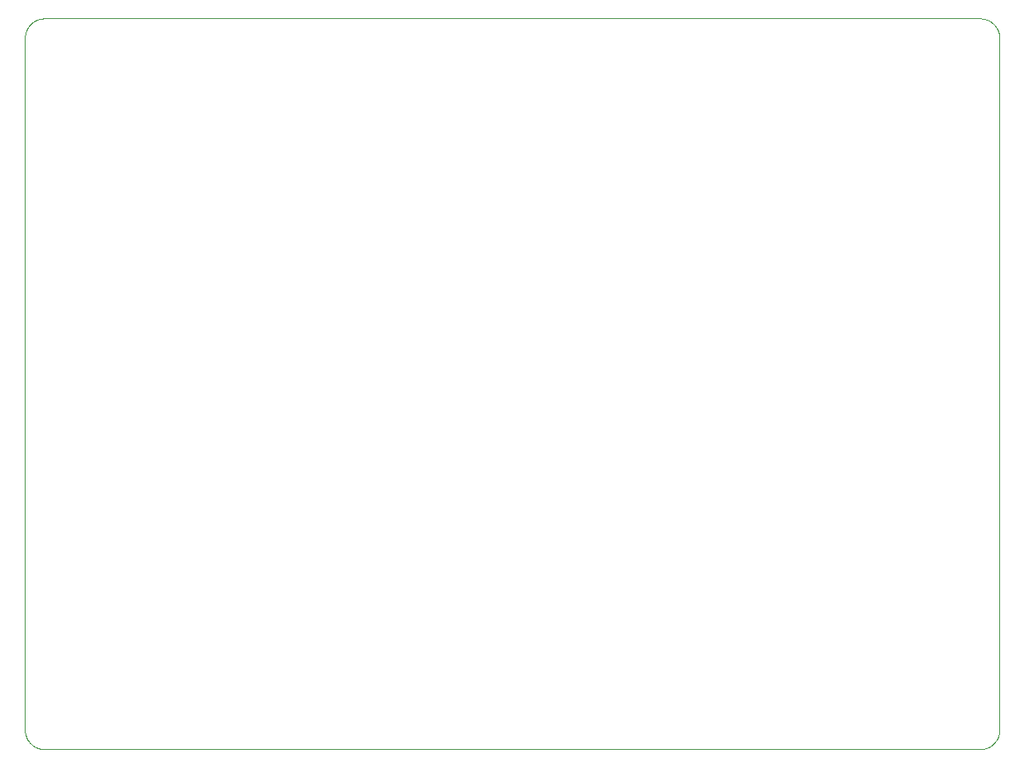
<source format=gbp>
G75*
%MOIN*%
%OFA0B0*%
%FSLAX25Y25*%
%IPPOS*%
%LPD*%
%AMOC8*
5,1,8,0,0,1.08239X$1,22.5*
%
%ADD10C,0.00400*%
D10*
X0001394Y0009268D02*
X0001394Y0288795D01*
X0001396Y0288985D01*
X0001403Y0289175D01*
X0001415Y0289365D01*
X0001431Y0289555D01*
X0001451Y0289744D01*
X0001477Y0289933D01*
X0001506Y0290121D01*
X0001541Y0290308D01*
X0001580Y0290494D01*
X0001623Y0290679D01*
X0001671Y0290864D01*
X0001723Y0291047D01*
X0001779Y0291228D01*
X0001840Y0291408D01*
X0001906Y0291587D01*
X0001975Y0291764D01*
X0002049Y0291940D01*
X0002127Y0292113D01*
X0002210Y0292285D01*
X0002296Y0292454D01*
X0002386Y0292622D01*
X0002481Y0292787D01*
X0002579Y0292950D01*
X0002682Y0293110D01*
X0002788Y0293268D01*
X0002898Y0293423D01*
X0003011Y0293576D01*
X0003129Y0293726D01*
X0003250Y0293872D01*
X0003374Y0294016D01*
X0003502Y0294157D01*
X0003633Y0294295D01*
X0003768Y0294430D01*
X0003906Y0294561D01*
X0004047Y0294689D01*
X0004191Y0294813D01*
X0004337Y0294934D01*
X0004487Y0295052D01*
X0004640Y0295165D01*
X0004795Y0295275D01*
X0004953Y0295381D01*
X0005113Y0295484D01*
X0005276Y0295582D01*
X0005441Y0295677D01*
X0005609Y0295767D01*
X0005778Y0295853D01*
X0005950Y0295936D01*
X0006123Y0296014D01*
X0006299Y0296088D01*
X0006476Y0296157D01*
X0006655Y0296223D01*
X0006835Y0296284D01*
X0007016Y0296340D01*
X0007199Y0296392D01*
X0007384Y0296440D01*
X0007569Y0296483D01*
X0007755Y0296522D01*
X0007942Y0296557D01*
X0008130Y0296586D01*
X0008319Y0296612D01*
X0008508Y0296632D01*
X0008698Y0296648D01*
X0008888Y0296660D01*
X0009078Y0296667D01*
X0009268Y0296669D01*
X0387220Y0296669D01*
X0387410Y0296667D01*
X0387600Y0296660D01*
X0387790Y0296648D01*
X0387980Y0296632D01*
X0388169Y0296612D01*
X0388358Y0296586D01*
X0388546Y0296557D01*
X0388733Y0296522D01*
X0388919Y0296483D01*
X0389104Y0296440D01*
X0389289Y0296392D01*
X0389472Y0296340D01*
X0389653Y0296284D01*
X0389833Y0296223D01*
X0390012Y0296157D01*
X0390189Y0296088D01*
X0390365Y0296014D01*
X0390538Y0295936D01*
X0390710Y0295853D01*
X0390879Y0295767D01*
X0391047Y0295677D01*
X0391212Y0295582D01*
X0391375Y0295484D01*
X0391535Y0295381D01*
X0391693Y0295275D01*
X0391848Y0295165D01*
X0392001Y0295052D01*
X0392151Y0294934D01*
X0392297Y0294813D01*
X0392441Y0294689D01*
X0392582Y0294561D01*
X0392720Y0294430D01*
X0392855Y0294295D01*
X0392986Y0294157D01*
X0393114Y0294016D01*
X0393238Y0293872D01*
X0393359Y0293726D01*
X0393477Y0293576D01*
X0393590Y0293423D01*
X0393700Y0293268D01*
X0393806Y0293110D01*
X0393909Y0292950D01*
X0394007Y0292787D01*
X0394102Y0292622D01*
X0394192Y0292454D01*
X0394278Y0292285D01*
X0394361Y0292113D01*
X0394439Y0291940D01*
X0394513Y0291764D01*
X0394582Y0291587D01*
X0394648Y0291408D01*
X0394709Y0291228D01*
X0394765Y0291047D01*
X0394817Y0290864D01*
X0394865Y0290679D01*
X0394908Y0290494D01*
X0394947Y0290308D01*
X0394982Y0290121D01*
X0395011Y0289933D01*
X0395037Y0289744D01*
X0395057Y0289555D01*
X0395073Y0289365D01*
X0395085Y0289175D01*
X0395092Y0288985D01*
X0395094Y0288795D01*
X0395094Y0009268D01*
X0395092Y0009078D01*
X0395085Y0008888D01*
X0395073Y0008698D01*
X0395057Y0008508D01*
X0395037Y0008319D01*
X0395011Y0008130D01*
X0394982Y0007942D01*
X0394947Y0007755D01*
X0394908Y0007569D01*
X0394865Y0007384D01*
X0394817Y0007199D01*
X0394765Y0007016D01*
X0394709Y0006835D01*
X0394648Y0006655D01*
X0394582Y0006476D01*
X0394513Y0006299D01*
X0394439Y0006123D01*
X0394361Y0005950D01*
X0394278Y0005778D01*
X0394192Y0005609D01*
X0394102Y0005441D01*
X0394007Y0005276D01*
X0393909Y0005113D01*
X0393806Y0004953D01*
X0393700Y0004795D01*
X0393590Y0004640D01*
X0393477Y0004487D01*
X0393359Y0004337D01*
X0393238Y0004191D01*
X0393114Y0004047D01*
X0392986Y0003906D01*
X0392855Y0003768D01*
X0392720Y0003633D01*
X0392582Y0003502D01*
X0392441Y0003374D01*
X0392297Y0003250D01*
X0392151Y0003129D01*
X0392001Y0003011D01*
X0391848Y0002898D01*
X0391693Y0002788D01*
X0391535Y0002682D01*
X0391375Y0002579D01*
X0391212Y0002481D01*
X0391047Y0002386D01*
X0390879Y0002296D01*
X0390710Y0002210D01*
X0390538Y0002127D01*
X0390365Y0002049D01*
X0390189Y0001975D01*
X0390012Y0001906D01*
X0389833Y0001840D01*
X0389653Y0001779D01*
X0389472Y0001723D01*
X0389289Y0001671D01*
X0389104Y0001623D01*
X0388919Y0001580D01*
X0388733Y0001541D01*
X0388546Y0001506D01*
X0388358Y0001477D01*
X0388169Y0001451D01*
X0387980Y0001431D01*
X0387790Y0001415D01*
X0387600Y0001403D01*
X0387410Y0001396D01*
X0387220Y0001394D01*
X0009268Y0001394D01*
X0009078Y0001396D01*
X0008888Y0001403D01*
X0008698Y0001415D01*
X0008508Y0001431D01*
X0008319Y0001451D01*
X0008130Y0001477D01*
X0007942Y0001506D01*
X0007755Y0001541D01*
X0007569Y0001580D01*
X0007384Y0001623D01*
X0007199Y0001671D01*
X0007016Y0001723D01*
X0006835Y0001779D01*
X0006655Y0001840D01*
X0006476Y0001906D01*
X0006299Y0001975D01*
X0006123Y0002049D01*
X0005950Y0002127D01*
X0005778Y0002210D01*
X0005609Y0002296D01*
X0005441Y0002386D01*
X0005276Y0002481D01*
X0005113Y0002579D01*
X0004953Y0002682D01*
X0004795Y0002788D01*
X0004640Y0002898D01*
X0004487Y0003011D01*
X0004337Y0003129D01*
X0004191Y0003250D01*
X0004047Y0003374D01*
X0003906Y0003502D01*
X0003768Y0003633D01*
X0003633Y0003768D01*
X0003502Y0003906D01*
X0003374Y0004047D01*
X0003250Y0004191D01*
X0003129Y0004337D01*
X0003011Y0004487D01*
X0002898Y0004640D01*
X0002788Y0004795D01*
X0002682Y0004953D01*
X0002579Y0005113D01*
X0002481Y0005276D01*
X0002386Y0005441D01*
X0002296Y0005609D01*
X0002210Y0005778D01*
X0002127Y0005950D01*
X0002049Y0006123D01*
X0001975Y0006299D01*
X0001906Y0006476D01*
X0001840Y0006655D01*
X0001779Y0006835D01*
X0001723Y0007016D01*
X0001671Y0007199D01*
X0001623Y0007384D01*
X0001580Y0007569D01*
X0001541Y0007755D01*
X0001506Y0007942D01*
X0001477Y0008130D01*
X0001451Y0008319D01*
X0001431Y0008508D01*
X0001415Y0008698D01*
X0001403Y0008888D01*
X0001396Y0009078D01*
X0001394Y0009268D01*
M02*

</source>
